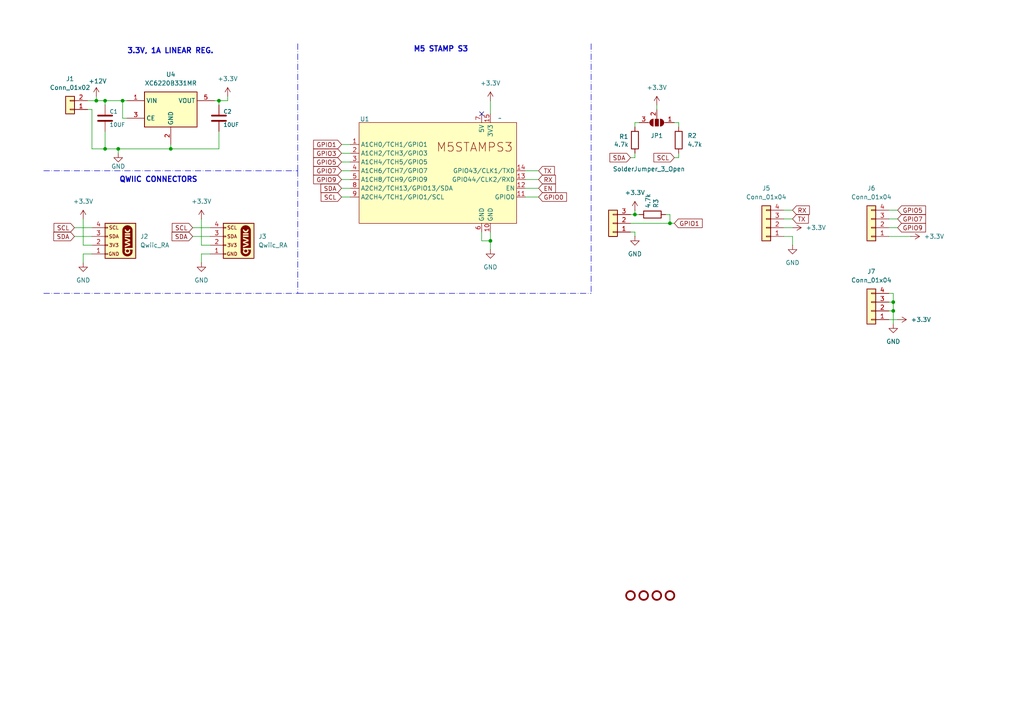
<source format=kicad_sch>
(kicad_sch (version 20231120) (generator "eeschema") (generator_version "8.0")
  (paper "A4")
  (lib_symbols
    (symbol "Connector_Generic:Conn_01x02" (pin_names (offset 1.016) hide)
      (property "Reference" "J" (at 0 2.54 0))
      (property "Value" "Conn_01x02" (at 0 -5.08 0))
      (symbol "Conn_01x02_1_1"
        (rectangle (start -1.27 -2.413) (end 0 -2.667) (stroke (width 0.1524)))
        (rectangle (start -1.27 0.127) (end 0 -0.127) (stroke (width 0.1524)))
        (rectangle (start -1.27 1.27) (end 1.27 -3.81) (stroke (width 0.254)) (fill (type background)))
        (pin passive line (at -5.08 0 0) (length 3.81) (name "Pin_1") (number "1"))
        (pin passive line (at -5.08 -2.54 0) (length 3.81) (name "Pin_2") (number "2"))
      )
    )
    (symbol "Device:C" (pin_numbers hide) (pin_names (offset 0.254))
      (property "Reference" "C" (at 0.635 2.54 0))
      (property "Value" "C" (at 0.635 -2.54 0))
      (symbol "C_0_1"
        (polyline (pts (xy -2.032 -0.762) (xy 2.032 -0.762)) (stroke (width 0.508)))
        (polyline (pts (xy -2.032 0.762) (xy 2.032 0.762)) (stroke (width 0.508)))
      )
      (symbol "C_1_1"
        (pin passive line (at 0 3.81 270) (length 2.794) (name "~") (number "1"))
        (pin passive line (at 0 -3.81 90) (length 2.794) (name "~") (number "2"))
      )
    )
    (symbol "Device:R" (pin_numbers hide) (pin_names (offset 0))
      (property "Reference" "R" (at 2.032 0 90))
      (property "Value" "R" (at 0 0 90))
      (symbol "R_0_1"
        (rectangle (start -1.016 -2.54) (end 1.016 2.54) (stroke (width 0.254)))
      )
      (symbol "R_1_1"
        (pin passive line (at 0 3.81 270) (length 1.27) (name "~") (number "1"))
        (pin passive line (at 0 -3.81 90) (length 1.27) (name "~") (number "2"))
      )
    )
    (symbol "Joel Library:M5STAMPS3"
      (property "Reference" "U" (at -22.098 16.764 0))
      (symbol "M5STAMPS3_0_1"
        (rectangle (start -22.86 15.24) (end 22.86 -13.97) (fill (type background)))
      )
      (symbol "M5STAMPS3_1_0"
        (text "M5STAMPS3\n" (at 10.668 8.128 0) (effects (font (size 2.54 2.54))))
      )
      (symbol "M5STAMPS3_1_1"
        (pin bidirectional line (at -25.4 8.89 0) (length 2.54) (name "A1CH0/TCH1/GPIO1") (number "1"))
        (pin power_in line (at 15.24 -16.51 90) (length 2.54) (name "GND") (number "10"))
        (pin bidirectional line (at 25.4 -6.35 180) (length 2.54) (name "GPIO0") (number "11"))
        (pin input line (at 25.4 -3.81 180) (length 2.54) (name "EN") (number "12"))
        (pin bidirectional line (at 25.4 -1.27 180) (length 2.54) (name "GPIO44/CLK2/RXD") (number "13"))
        (pin bidirectional line (at 25.4 1.27 180) (length 2.54) (name "GPIO43/CLK1/TXD") (number "14"))
        (pin power_in line (at 15.24 17.78 270) (length 2.54) (name "3V3") (number "15"))
        (pin bidirectional line (at -25.4 6.35 0) (length 2.54) (name "A1CH2/TCH3/GPIO3") (number "2"))
        (pin bidirectional line (at -25.4 3.81 0) (length 2.54) (name "A1CH4/TCH5/GPIO5") (number "3"))
        (pin bidirectional line (at -25.4 1.27 0) (length 2.54) (name "A1CH6/TCH7/GPIO7") (number "4"))
        (pin bidirectional line (at -25.4 -1.27 0) (length 2.54) (name "A1CH8/TCH9/GPIO9") (number "5"))
        (pin power_in line (at 12.7 -16.51 90) (length 2.54) (name "GND") (number "6"))
        (pin power_in line (at 12.7 17.78 270) (length 2.54) (name "5V") (number "7"))
        (pin bidirectional line (at -25.4 -3.81 0) (length 2.54) (name "A2CH2/TCH13/GPIO13/SDA") (number "8"))
        (pin bidirectional line (at -25.4 -6.35 0) (length 2.54) (name "A2CH4/TCH1/GPIO1/SCL") (number "9"))
      )
    )
    (symbol "Jumper:SolderJumper_3_Open" (pin_names (offset 0) hide) (exclude_from_sim yes) (in_bom no)
      (property "Reference" "JP" (at -2.54 -2.54 0))
      (property "Value" "SolderJumper_3_Open" (at 0 2.794 0))
      (symbol "SolderJumper_3_Open_0_1"
        (arc (start -1.016 1.016) (mid -2.0276 0) (end -1.016 -1.016))
        (arc (start -1.016 1.016) (mid -2.0276 0) (end -1.016 -1.016) (fill (type outline)))
        (rectangle (start -0.508 1.016) (end 0.508 -1.016) (fill (type outline)))
        (polyline (pts (xy -2.54 0) (xy -2.032 0)))
        (polyline (pts (xy -1.016 1.016) (xy -1.016 -1.016)))
        (polyline (pts (xy 0 -1.27) (xy 0 -1.016)))
        (polyline (pts (xy 1.016 1.016) (xy 1.016 -1.016)))
        (polyline (pts (xy 2.54 0) (xy 2.032 0)))
        (arc (start 1.016 -1.016) (mid 2.0276 0) (end 1.016 1.016))
        (arc (start 1.016 -1.016) (mid 2.0276 0) (end 1.016 1.016) (fill (type outline)))
      )
      (symbol "SolderJumper_3_Open_1_1"
        (pin passive line (at -5.08 0 0) (length 2.54) (name "A") (number "1"))
        (pin passive line (at 0 -3.81 90) (length 2.54) (name "C") (number "2"))
        (pin passive line (at 5.08 0 180) (length 2.54) (name "B") (number "3"))
      )
    )
    (symbol "OpenponicsSensorMaster-rescue:+12V-power" (power) (pin_names (offset 0))
      (property "Value" "power_+12V" (at 0 3.556 0))
      (symbol "+12V-power_0_1"
        (polyline (pts (xy -0.762 1.27) (xy 0 2.54)))
        (polyline (pts (xy 0 0) (xy 0 2.54)))
        (polyline (pts (xy 0 2.54) (xy 0.762 1.27)))
      )
      (symbol "+12V-power_1_1"
        (pin power_in line (at 0 0 90) (length 0) hide (name "+12V") (number "1"))
      )
    )
    (symbol "OpenponicsSensorMaster-rescue:GND-power" (power) (pin_names (offset 0))
      (property "Value" "power_GND" (at 0 -3.81 0))
      (symbol "GND-power_0_1"
        (polyline (pts (xy 0 0) (xy 0 -1.27) (xy 1.27 -1.27) (xy 0 -2.54) (xy -1.27 -1.27) (xy 0 -1.27)))
      )
      (symbol "GND-power_1_1"
        (pin power_in line (at 0 0 270) (length 0) hide (name "GND") (number "1"))
      )
    )
    (symbol "Regulator_Linear:XC6220B331MR"
      (property "Reference" "U" (at 0 8.89 0))
      (property "Value" "XC6220B331MR" (at 0 6.35 0))
      (symbol "XC6220B331MR_0_1"
        (rectangle (start -7.62 5.08) (end 7.62 -5.08) (stroke (width 0.254)) (fill (type background)))
      )
      (symbol "XC6220B331MR_1_1"
        (pin power_in line (at -12.7 2.54 0) (length 5.08) (name "VIN") (number "1"))
        (pin power_in line (at 0 -10.16 90) (length 5.08) (name "GND") (number "2"))
        (pin input line (at -12.7 -2.54 0) (length 5.08) (name "CE") (number "3"))
        (pin no_connect line (at 7.62 -2.54 180) (length 5.08) hide (name "NC") (number "4"))
        (pin power_out line (at 12.7 2.54 180) (length 5.08) (name "VOUT") (number "5"))
      )
    )
    (symbol "SparkFun-Connector:Conn_01x03" (pin_names (offset 1.016) hide)
      (symbol "Conn_01x03_1_1"
        (rectangle (start -1.27 -2.413) (end 0 -2.667) (stroke (width 0.1524)))
        (rectangle (start -1.27 0.127) (end 0 -0.127) (stroke (width 0.1524)))
        (rectangle (start -1.27 2.667) (end 0 2.413) (stroke (width 0.1524)))
        (rectangle (start -1.27 3.81) (end 1.27 -3.81) (stroke (width 0.254)) (fill (type background)))
        (pin passive line (at -5.08 2.54 0) (length 3.81) (name "Pin_1") (number "1"))
        (pin passive line (at -5.08 0 0) (length 3.81) (name "Pin_2") (number "2"))
        (pin passive line (at -5.08 -2.54 0) (length 3.81) (name "Pin_3") (number "3"))
      )
    )
    (symbol "SparkFun-Connector:Conn_01x04" (pin_names (offset 1.016) hide)
      (property "Reference" "J" (at 0 5.08 0))
      (property "Value" "Conn_01x04" (at 0 -7.62 0))
      (symbol "Conn_01x04_1_1"
        (rectangle (start -1.27 -4.953) (end 0 -5.207) (stroke (width 0.1524)))
        (rectangle (start -1.27 -2.413) (end 0 -2.667) (stroke (width 0.1524)))
        (rectangle (start -1.27 0.127) (end 0 -0.127) (stroke (width 0.1524)))
        (rectangle (start -1.27 2.667) (end 0 2.413) (stroke (width 0.1524)))
        (rectangle (start -1.27 3.81) (end 1.27 -6.35) (stroke (width 0.254)) (fill (type background)))
        (pin passive line (at -5.08 2.54 0) (length 3.81) (name "Pin_1") (number "1"))
        (pin passive line (at -5.08 0 0) (length 3.81) (name "Pin_2") (number "2"))
        (pin passive line (at -5.08 -2.54 0) (length 3.81) (name "Pin_3") (number "3"))
        (pin passive line (at -5.08 -5.08 0) (length 3.81) (name "Pin_4") (number "4"))
      )
    )
    (symbol "SparkFun-Connector:Qwiic_Right_Angle" (pin_names (offset 1.016) hide)
      (property "Reference" "J" (at 0 5.08 0))
      (property "Value" "Qwiic_RA" (at 0 -7.62 0))
      (symbol "Qwiic_Right_Angle_0_0"
        (polyline (pts (xy 5.6514 -4.1459) (xy 5.6299 -4.0654) (xy 5.5924 -3.9985) (xy 5.5373 -3.9428) (xy 5.4632 -3.8962) (xy 5.4394 -3.8843) (xy 5.402 -3.8678) (xy 5.3681 -3.8578) (xy 5.3294 -3.8521) (xy 5.2774 -3.8485) (xy 5.2184 -3.8474) (xy 5.1227 -3.8564) (xy 5.0405 -3.8803) (xy 4.9695 -3.9199) (xy 4.9078 -3.9759) (xy 4.8937 -3.9923) (xy 4.8535 -4.0549) (xy 4.8308 -4.124) (xy 4.8237 -4.2048) (xy 4.8239 -4.222) (xy 4.8343 -4.3011) (xy 4.8608 -4.3692) (xy 4.9051 -4.4308) (xy 4.9328 -4.4589) (xy 5.0009 -4.509) (xy 5.0793 -4.5424) (xy 5.1699 -4.5595) (xy 5.2745 -4.5612) (xy 5.3262 -4.5564) (xy 5.4199 -4.5347) (xy 5.4992 -4.4971) (xy 5.5638 -4.444) (xy 5.6131 -4.3757) (xy 5.6467 -4.2926) (xy 5.65 -4.2788) (xy 5.656 -4.2325) (xy 5.6563 -4.1875) (xy 5.6514 -4.1459)) (stroke (width 0.01)) (fill (type outline)))
        (polyline (pts (xy 6.6693 -0.6791) (xy 6.666 1.9332) (xy 6.6418 2.0386) (xy 6.6301 2.0866) (xy 6.5791 2.2527) (xy 6.5141 2.404) (xy 6.4337 2.5432) (xy 6.3364 2.673) (xy 6.2208 2.7959) (xy 6.1699 2.8428) (xy 6.0305 2.9527) (xy 5.8839 3.0422) (xy 5.7295 3.1115) (xy 5.5668 3.1608) (xy 5.3953 3.1902) (xy 5.2146 3.1999) (xy 5.1695 3.1994) (xy 5.0056 3.1868) (xy 4.8507 3.1568) (xy 4.7006 3.1083) (xy 4.5508 3.0404) (xy 4.5104 3.0187) (xy 4.3609 2.9237) (xy 4.2262 2.8129) (xy 4.1067 2.6872) (xy 4.0032 2.5475) (xy 3.9162 2.3947) (xy 3.8466 2.2295) (xy 3.7947 2.0528) (xy 3.7931 2.0453) (xy 3.7912 2.0356) (xy 3.7895 2.0242) (xy 3.7879 2.0106) (xy 3.7864 1.9938) (xy 3.785 1.9733) (xy 3.7837 1.9481) (xy 3.7825 1.9176) (xy 3.7815 1.8811) (xy 3.7805 1.8377) (xy 3.7796 1.7868) (xy 3.7789 1.7275) (xy 3.7781 1.6592) (xy 3.7775 1.5811) (xy 3.777 1.4925) (xy 3.7765 1.3925) (xy 3.7761 1.2805) (xy 3.7757 1.1557) (xy 3.7754 1.0174) (xy 3.7751 0.8648) (xy 3.7749 0.6972) (xy 3.7748 0.5138) (xy 3.7746 0.3139) (xy 3.7745 0.0967) (xy 3.7745 -0.1385) (xy 3.7744 -0.3925) (xy 3.7744 -0.666) (xy 3.7744 -0.9597) (xy 3.7744 -1.2744) (xy 3.7744 -4.5147) (xy 3.8041 -4.6318) (xy 3.8237 -4.7026) (xy 3.8837 -4.868) (xy 3.9606 -5.0206) (xy 4.0556 -5.1623) (xy 4.1695 -5.2947) (xy 4.2945 -5.4115) (xy 4.4355 -5.5159) (xy 4.5859 -5.6007) (xy 4.7459 -5.6661) (xy 4.916 -5.7122) (xy 5.0965 -5.7394) (xy 5.2571 -5.7442) (xy 5.4226 -5.7293) (xy 5.5891 -5.6949) (xy 5.7533 -5.6416) (xy 5.8236 -5.6121) (xy 5.9729 -5.5329) (xy 6.1112 -5.4365) (xy 6.237 -5.3244) (xy 6.3494 -5.1984) (xy 6.4469 -5.0601) (xy 6.5284 -4.9112) (xy 6.5926 -4.7532) (xy 6.6384 -4.5879) (xy 6.6645 -4.4168) (xy 6.6652 -4.405) (xy 6.6664 -4.3703) (xy 6.6676 -4.3199) (xy 6.6687 -4.2572) (xy 6.6696 -4.1859) (xy 6.6703 -4.1097) (xy 6.6721 -3.846) (xy 6.2655 -3.846) (xy 5.8589 -3.846) (xy 5.9219 -3.9104) (xy 5.9349 -3.9241) (xy 6.0001 -4.0112) (xy 6.0471 -4.1097) (xy 6.0754 -4.2189) (xy 6.085 -4.338) (xy 6.0781 -4.4509) (xy 6.0523 -4.5755) (xy 6.0066 -4.6941) (xy 5.952 -4.7864) (xy 5.8765 -4.8752) (xy 5.7858 -4.9517) (xy 5.6826 -5.0132) (xy 5.6313 -5.0372) (xy 5.5644 -5.0638) (xy 5.4981 -5.0834) (xy 5.4249 -5.0981) (xy 5.3375 -5.1098) (xy 5.2452 -5.1158) (xy 5.122 -5.1113) (xy 5.0004 -5.0938) (xy 4.8864 -5.0641) (xy 4.7856 -5.0232) (xy 4.6831 -4.9619) (xy 4.5878 -4.8817) (xy 4.5089 -4.7878) (xy 4.4472 -4.6811) (xy 4.4036 -4.5627) (xy 4.4031 -4.5611) (xy 4.3912 -4.4987) (xy 4.3845 -4.4244) (xy 4.3831 -4.3446) (xy 4.3869 -4.2661) (xy 4.3957 -4.1956) (xy 4.4094 -4.1396) (xy 4.4322 -4.082) (xy 4.485 -3.9879) (xy 4.5552 -3.9031) (xy 4.6109 -3.846) (xy 4.5052 -3.846) (xy 4.3996 -3.846) (xy 4.3996 -3.5687) (xy 4.3996 -3.2914) (xy 4.405 -3.2914) (xy 4.405 -3.2023) (xy 4.4021 -2.9296) (xy 4.4018 -2.8964) (xy 4.4015 -2.8076) (xy 4.4023 -2.7393) (xy 4.4041 -2.6908) (xy 4.407 -2.6611) (xy 4.4111 -2.6495) (xy 4.4137 -2.6484) (xy 4.434 -2.6418) (xy 4.4723 -2.6298) (xy 4.5268 -2.6132) (xy 4.5954 -2.5924) (xy 4.6761 -2.5683) (xy 4.767 -2.5412) (xy 4.866 -2.5118) (xy 4.9713 -2.4808) (xy 5.0173 -2.4672) (xy 5.119 -2.4369) (xy 5.2131 -2.4086) (xy 5.2977 -2.3828) (xy 5.3709 -2.3601) (xy 5.4307 -2.3411) (xy 5.4753 -2.3264) (xy 5.5029 -2.3166) (xy 5.5114 -2.3123) (xy 5.505 -2.3098) (xy 5.4796 -2.3016) (xy 5.4371 -2.2885) (xy 5.3794 -2.2711) (xy 5.3088 -2.2502) (xy 5.2275 -2.2264) (xy 5.1375 -2.2002) (xy 5.0411 -2.1724) (xy 4.9851 -2.1562) (xy 4.8864 -2.1278) (xy 4.7926 -2.1007) (xy 4.7062 -2.0757) (xy 4.63 -2.0536) (xy 4.5666 -2.0351) (xy 4.5187 -2.0211) (xy 4.4891 -2.0123) (xy 4.3992 -1.9852) (xy 4.4021 -1.7229) (xy 4.405 -1.4606) (xy 4.5844 -1.4084) (xy 4.6163 -1.3992) (xy 4.7739 -1.3533) (xy 4.9121 -1.3131) (xy 5.0321 -1.278) (xy 5.1352 -1.2478) (xy 5.2224 -1.2221) (xy 5.2951 -1.2004) (xy 5.3545 -1.1824) (xy 5.4018 -1.1676) (xy 5.4382 -1.1558) (xy 5.465 -1.1465) (xy 5.4834 -1.1392) (xy 5.4945 -1.1338) (xy 5.4997 -1.1296) (xy 5.5001 -1.1264) (xy 5.497 -1.1238) (xy 5.4915 -1.1214) (xy 5.4896 -1.1207) (xy 5.4687 -1.114) (xy 5.4296 -1.1019) (xy 5.3743 -1.0851) (xy 5.3049 -1.0643) (xy 5.2237 -1.04) (xy 5.1326 -1.013) (xy 5.0339 -0.9838) (xy 4.9297 -0.9531) (xy 4.3996 -0.7973) (xy 4.3996 -0.533) (xy 4.3997 -0.479) (xy 4.4004 -0.4111) (xy 4.4015 -0.3532) (xy 4.4029 -0.3082) (xy 4.4047 -0.279) (xy 4.4066 -0.2687) (xy 4.409 -0.2694) (xy 4.4284 -0.2761) (xy 4.4661 -0.2895) (xy 4.5204 -0.309) (xy 4.5899 -0.3341) (xy 4.6729 -0.3642) (xy 4.7681 -0.3988) (xy 4.8737 -0.4372) (xy 4.9883 -0.479) (xy 5.1104 -0.5236) (xy 5.2384 -0.5703) (xy 6.0632 -0.872) (xy 6.0632 -0.1926) (xy 5.2314 -0.1926) (xy 4.3996 -0.1926) (xy 4.3996 0.0793) (xy 4.3996 0.3511) (xy 5.2314 0.3511) (xy 6.0632 0.3511) (xy 6.0632 0.4598) (xy 5.2314 0.4598) (xy 4.3996 0.4598) (xy 4.3996 0.7317) (xy 4.3996 1.0035) (xy 5.2314 1.0035) (xy 5.2368 1.0035) (xy 5.2368 1.1177) (xy 5.1465 1.1192) (xy 5.0667 1.1248) (xy 4.9975 1.1357) (xy 4.9332 1.1532) (xy 4.8683 1.1784) (xy 4.7971 1.2126) (xy 4.7662 1.2298) (xy 4.6808 1.2903) (xy 4.6008 1.3651) (xy 4.5314 1.4489) (xy 4.4781 1.5363) (xy 4.4686 1.5557) (xy 4.4306 1.6462) (xy 4.4052 1.7353) (xy 4.3905 1.8304) (xy 4.385 1.9386) (xy 4.3833 2.0745) (xy 4.6089 2.0775) (xy 4.8345 2.0804) (xy 4.8348 1.9959) (xy 4.8368 1.9483) (xy 4.8488 1.8858) (xy 4.8738 1.8316) (xy 4.9144 1.7788) (xy 4.9734 1.7289) (xy 5.0458 1.6921) (xy 5.1277 1.6689) (xy 5.215 1.6593) (xy 5.3038 1.6635) (xy 5.3902 1.6815) (xy 5.4702 1.7136) (xy 5.54 1.7597) (xy 5.5733 1.7923) (xy 5.6073 1.844) (xy 5.628 1.9066) (xy 5.6372 1.9843) (xy 5.6418 2.0804) (xy 5.8607 2.0775) (xy 6.0795 2.0745) (xy 6.0811 1.9712) (xy 6.0811 1.9207) (xy 6.0739 1.8134) (xy 6.0554 1.7157) (xy 6.024 1.6204) (xy 5.9781 1.5204) (xy 5.9341 1.4457) (xy 5.8571 1.3499) (xy 5.7651 1.2695) (xy 5.6591 1.2056) (xy 5.6251 1.1892) (xy 5.5646 1.1627) (xy 5.5097 1.1435) (xy 5.4549 1.1305) (xy 5.3948 1.1226) (xy 5.3239 1.1188) (xy 5.2368 1.1177) (xy 5.2368 1.0035) (xy 6.0632 1.0035) (xy 6.0632 0.7317) (xy 6.0632 0.4598) (xy 6.0632 0.3511) (xy 6.0632 0.0793) (xy 6.0632 -0.1926) (xy 6.0632 -0.872) (xy 6.0632 -1.1439) (xy 6.0632 -1.4158) (xy 5.552 -1.5728) (xy 5.5357 -1.5778) (xy 5.4361 -1.6086) (xy 5.3436 -1.6376) (xy 5.2603 -1.6641) (xy 5.1881 -1.6874) (xy 5.129 -1.707) (xy 5.0848 -1.7222) (xy 5.0575 -1.7324) (xy 5.0491 -1.7369) (xy 5.0493 -1.737) (xy 5.0624 -1.742) (xy 5.094 -1.7527) (xy 5.1423 -1.7684) (xy 5.2051 -1.7886) (xy 5.2803 -1.8124) (xy 5.3659 -1.8394) (xy 5.46 -1.8688) (xy 5.5603 -1.9) (xy 6.0632 -2.0559) (xy 6.063 -2.3284) (xy 6.0628 -2.601) (xy 5.2339 -2.9017) (xy 4.405 -3.2023) (xy 4.405 -3.2914) (xy 5.5361 -3.2914) (xy 6.6725 -3.2914) (xy 6.6693 -0.6791)) (stroke (width 0.01)) (fill (type outline)))
      )
      (symbol "Qwiic_Right_Angle_1_1"
        (rectangle (start -1.27 -4.953) (end -0.508 -5.207) (stroke (width 0.1524)))
        (rectangle (start -1.27 -2.413) (end -0.508 -2.667) (stroke (width 0.1524)))
        (rectangle (start -1.27 0.127) (end -0.508 -0.127) (stroke (width 0.1524)))
        (rectangle (start -1.27 2.667) (end -0.508 2.413) (stroke (width 0.1524)))
        (rectangle (start -1.27 3.81) (end 7.62 -6.35) (stroke (width 0.254)) (fill (type background)))
        (text "3V3" (at 1.27 -2.54 0) (effects (font (size 1 1))))
        (text "GND" (at 1.27 -5.08 0) (effects (font (size 1 1))))
        (text "SCL" (at 1.27 2.54 0) (effects (font (size 1 1))))
        (text "SDA" (at 1.27 0 0) (effects (font (size 1 1))))
        (pin passive line (at -5.08 -5.08 0) (length 3.81) (name "Pin_1") (number "1"))
        (pin passive line (at -5.08 -2.54 0) (length 3.81) (name "Pin_2") (number "2"))
        (pin passive line (at -5.08 0 0) (length 3.81) (name "Pin_3") (number "3"))
        (pin passive line (at -5.08 2.54 0) (length 3.81) (name "Pin_4") (number "4"))
        (pin no_connect line (at 2.54 3.81 270) (length 2.54) hide (name "NC") (number "NC1"))
        (pin no_connect line (at 2.54 3.81 270) (length 2.54) hide (name "NC") (number "NC2"))
      )
    )
    (symbol "SparkFun-Hardware:Stand_off"
      (symbol "Stand_off_1_1"
        (circle (center 0 0) (radius 1.27) (stroke (width 0.508)))
      )
    )
    (symbol "power:+3.3V" (power) (pin_numbers hide) (pin_names (offset 0) hide)
      (property "Value" "+3.3V" (at 0 3.556 0))
      (symbol "+3.3V_0_1"
        (polyline (pts (xy -0.762 1.27) (xy 0 2.54)))
        (polyline (pts (xy 0 0) (xy 0 2.54)))
        (polyline (pts (xy 0 2.54) (xy 0.762 1.27)))
      )
      (symbol "+3.3V_1_1"
        (pin power_in line (at 0 0 90) (length 0) (name "~") (number "1"))
      )
    )
    (symbol "power:GND" (power) (pin_numbers hide) (pin_names (offset 0) hide)
      (property "Value" "GND" (at 0 -3.81 0))
      (symbol "GND_0_1"
        (polyline (pts (xy 0 0) (xy 0 -1.27) (xy 1.27 -1.27) (xy 0 -2.54) (xy -1.27 -1.27) (xy 0 -1.27)))
      )
      (symbol "GND_1_1"
        (pin power_in line (at 0 0 270) (length 0) (name "~") (number "1"))
      )
    )
  )
  (junction (at 259.08 87.63))
  (junction (at 49.53 43.18))
  (junction (at 30.48 29.21))
  (junction (at 27.94 29.21))
  (junction (at 142.24 69.85))
  (junction (at 194.31 64.77))
  (junction (at 184.15 62.23))
  (junction (at 63.5 29.21))
  (junction (at 34.29 43.18))
  (junction (at 35.56 29.21))
  (junction (at 259.08 90.17))
  (junction (at 30.48 43.18))
  (no_connect (at 139.7 33.02))
  (wire (pts (xy 49.53 41.91) (xy 49.53 43.18)))
  (wire (pts (xy 21.59 68.58) (xy 26.67 68.58)))
  (wire (pts (xy 26.67 73.66) (xy 24.13 73.66)))
  (wire (pts (xy 194.31 64.77) (xy 195.58 64.77)))
  (wire (pts (xy 30.48 43.18) (xy 30.48 38.1)))
  (wire (pts (xy 196.85 35.56) (xy 196.85 36.83)))
  (wire (pts (xy 139.7 67.31) (xy 139.7 69.85)))
  (wire (pts (xy 182.88 64.77) (xy 194.31 64.77)))
  (wire (pts (xy 184.15 67.31) (xy 184.15 68.58)))
  (wire (pts (xy 63.5 30.48) (xy 63.5 29.21)))
  (wire (pts (xy 195.58 35.56) (xy 196.85 35.56)))
  (wire (pts (xy 58.42 73.66) (xy 58.42 76.2)))
  (wire (pts (xy 152.4 49.53) (xy 156.21 49.53)))
  (wire (pts (xy 257.81 66.04) (xy 260.35 66.04)))
  (wire (pts (xy 142.24 29.21) (xy 142.24 33.02)))
  (wire (pts (xy 259.08 87.63) (xy 259.08 90.17)))
  (wire (pts (xy 66.04 29.21) (xy 66.04 27.94)))
  (wire (pts (xy 229.87 71.12) (xy 229.87 68.58)))
  (wire (pts (xy 184.15 62.23) (xy 182.88 62.23)))
  (wire (pts (xy 184.15 44.45) (xy 184.15 45.72)))
  (wire (pts (xy 55.88 68.58) (xy 60.96 68.58)))
  (wire (pts (xy 99.06 49.53) (xy 101.6 49.53)))
  (wire (pts (xy 227.33 63.5) (xy 229.87 63.5)))
  (wire (pts (xy 25.4 29.21) (xy 27.94 29.21)))
  (wire (pts (xy 152.4 52.07) (xy 156.21 52.07)))
  (wire (pts (xy 227.33 66.04) (xy 229.87 66.04)))
  (wire (pts (xy 30.48 43.18) (xy 34.29 43.18)))
  (wire (pts (xy 152.4 57.15) (xy 156.21 57.15)))
  (wire (pts (xy 142.24 69.85) (xy 142.24 72.39)))
  (wire (pts (xy 194.31 64.77) (xy 194.31 62.23)))
  (wire (pts (xy 257.81 92.71) (xy 260.35 92.71)))
  (wire (pts (xy 27.94 27.94) (xy 27.94 29.21)))
  (polyline (pts (xy 12.7 85.09) (xy 86.36 85.09)) (stroke (width 0) (type dash_dot)))
  (wire (pts (xy 25.4 31.75) (xy 26.67 31.75)))
  (wire (pts (xy 185.42 35.56) (xy 184.15 35.56)))
  (wire (pts (xy 58.42 71.12) (xy 60.96 71.12)))
  (wire (pts (xy 257.81 87.63) (xy 259.08 87.63)))
  (wire (pts (xy 55.88 66.04) (xy 60.96 66.04)))
  (wire (pts (xy 99.06 46.99) (xy 101.6 46.99)))
  (wire (pts (xy 259.08 93.98) (xy 259.08 90.17)))
  (wire (pts (xy 58.42 63.5) (xy 58.42 71.12)))
  (wire (pts (xy 63.5 38.1) (xy 63.5 43.18)))
  (wire (pts (xy 259.08 90.17) (xy 257.81 90.17)))
  (wire (pts (xy 184.15 60.96) (xy 184.15 62.23)))
  (wire (pts (xy 99.06 57.15) (xy 101.6 57.15)))
  (wire (pts (xy 35.56 29.21) (xy 35.56 34.29)))
  (wire (pts (xy 184.15 45.72) (xy 182.88 45.72)))
  (wire (pts (xy 196.85 44.45) (xy 196.85 45.72)))
  (wire (pts (xy 99.06 44.45) (xy 101.6 44.45)))
  (wire (pts (xy 257.81 68.58) (xy 264.16 68.58)))
  (wire (pts (xy 27.94 29.21) (xy 30.48 29.21)))
  (wire (pts (xy 182.88 67.31) (xy 184.15 67.31)))
  (wire (pts (xy 184.15 62.23) (xy 185.42 62.23)))
  (wire (pts (xy 142.24 67.31) (xy 142.24 69.85)))
  (wire (pts (xy 24.13 73.66) (xy 24.13 76.2)))
  (wire (pts (xy 229.87 68.58) (xy 227.33 68.58)))
  (wire (pts (xy 259.08 85.09) (xy 259.08 87.63)))
  (wire (pts (xy 24.13 63.5) (xy 24.13 71.12)))
  (wire (pts (xy 99.06 41.91) (xy 101.6 41.91)))
  (wire (pts (xy 196.85 45.72) (xy 195.58 45.72)))
  (wire (pts (xy 63.5 29.21) (xy 66.04 29.21)))
  (wire (pts (xy 184.15 35.56) (xy 184.15 36.83)))
  (wire (pts (xy 99.06 52.07) (xy 101.6 52.07)))
  (wire (pts (xy 35.56 29.21) (xy 36.83 29.21)))
  (wire (pts (xy 99.06 54.61) (xy 101.6 54.61)))
  (wire (pts (xy 194.31 62.23) (xy 193.04 62.23)))
  (wire (pts (xy 35.56 34.29) (xy 36.83 34.29)))
  (polyline (pts (xy 86.36 85.09) (xy 171.45 85.09)) (stroke (width 0) (type dash_dot)))
  (wire (pts (xy 24.13 71.12) (xy 26.67 71.12)))
  (wire (pts (xy 60.96 73.66) (xy 58.42 73.66)))
  (wire (pts (xy 34.29 44.45) (xy 34.29 43.18)))
  (wire (pts (xy 190.5 30.48) (xy 190.5 31.75)))
  (wire (pts (xy 62.23 29.21) (xy 63.5 29.21)))
  (wire (pts (xy 30.48 30.48) (xy 30.48 29.21)))
  (polyline (pts (xy 12.7 49.53) (xy 86.36 49.53)) (stroke (width 0) (type dash_dot)))
  (wire (pts (xy 257.81 63.5) (xy 260.35 63.5)))
  (polyline (pts (xy 171.45 12.7) (xy 171.45 85.09)) (stroke (width 0) (type dash_dot)))
  (wire (pts (xy 21.59 66.04) (xy 26.67 66.04)))
  (wire (pts (xy 139.7 69.85) (xy 142.24 69.85)))
  (wire (pts (xy 26.67 43.18) (xy 30.48 43.18)))
  (wire (pts (xy 257.81 85.09) (xy 259.08 85.09)))
  (wire (pts (xy 63.5 43.18) (xy 49.53 43.18)))
  (wire (pts (xy 34.29 43.18) (xy 49.53 43.18)))
  (wire (pts (xy 26.67 31.75) (xy 26.67 43.18)))
  (polyline (pts (xy 86.36 49.53) (xy 86.36 85.09)) (stroke (width 0) (type dash_dot)))
  (polyline (pts (xy 86.36 12.7) (xy 86.36 49.53)) (stroke (width 0) (type dash_dot)))
  (wire (pts (xy 257.81 60.96) (xy 260.35 60.96)))
  (wire (pts (xy 30.48 29.21) (xy 35.56 29.21)))
  (wire (pts (xy 152.4 54.61) (xy 156.21 54.61)))
  (wire (pts (xy 227.33 60.96) (xy 229.87 60.96)))
  (text "M5 STAMP S3" (at 119.888 15.24 0) (effects (font (size 1.524 1.524) (thickness 0.3048) (bold yes)) (justify left bottom)))
  (text "3.3V, 1A LINEAR REG." (at 36.83 15.748 0) (effects (font (size 1.524 1.524) (thickness 0.3048) (bold yes)) (justify left bottom)))
  (text "QWIIC CONNECTORS" (at 34.544 53.086 0) (effects (font (size 1.524 1.524) (thickness 0.3048) (bold yes)) (justify left bottom)))
  (global_label "SDA" (shape input) (at 21.59 68.58 180) (property "Intersheetrefs" "${INTERSHEET_REFS}" (effects (hide yes))))
  (global_label "EN" (shape input) (at 156.21 54.61 0) (property "Intersheetrefs" "${INTERSHEET_REFS}" (effects (hide yes))))
  (global_label "SCL" (shape input) (at 99.06 57.15 180) (property "Intersheetrefs" "${INTERSHEET_REFS}" (effects (hide yes))))
  (global_label "SDA" (shape input) (at 55.88 68.58 180) (property "Intersheetrefs" "${INTERSHEET_REFS}" (effects (hide yes))))
  (global_label "SDA" (shape input) (at 182.88 45.72 180) (property "Intersheetrefs" "${INTERSHEET_REFS}" (effects (hide yes))))
  (global_label "GPIO5" (shape input) (at 260.35 60.96 0) (property "Intersheetrefs" "${INTERSHEET_REFS}" (effects (hide yes))))
  (global_label "GPIO9" (shape input) (at 99.06 52.07 180) (property "Intersheetrefs" "${INTERSHEET_REFS}" (effects (hide yes))))
  (global_label "TX" (shape input) (at 229.87 63.5 0) (property "Intersheetrefs" "${INTERSHEET_REFS}" (effects (hide yes))))
  (global_label "SCL" (shape input) (at 55.88 66.04 180) (property "Intersheetrefs" "${INTERSHEET_REFS}" (effects (hide yes))))
  (global_label "SCL" (shape input) (at 195.58 45.72 180) (property "Intersheetrefs" "${INTERSHEET_REFS}" (effects (hide yes))))
  (global_label "GPIO5" (shape input) (at 99.06 46.99 180) (property "Intersheetrefs" "${INTERSHEET_REFS}" (effects (hide yes))))
  (global_label "GPIO7" (shape input) (at 260.35 63.5 0) (property "Intersheetrefs" "${INTERSHEET_REFS}" (effects (hide yes))))
  (global_label "GPIO1" (shape input) (at 195.58 64.77 0) (property "Intersheetrefs" "${INTERSHEET_REFS}" (effects (hide yes))))
  (global_label "GPIO9" (shape input) (at 260.35 66.04 0) (property "Intersheetrefs" "${INTERSHEET_REFS}" (effects (hide yes))))
  (global_label "GPIO0" (shape input) (at 156.21 57.15 0) (property "Intersheetrefs" "${INTERSHEET_REFS}" (effects (hide yes))))
  (global_label "GPIO3" (shape input) (at 99.06 44.45 180) (property "Intersheetrefs" "${INTERSHEET_REFS}" (effects (hide yes))))
  (global_label "RX" (shape input) (at 229.87 60.96 0) (property "Intersheetrefs" "${INTERSHEET_REFS}" (effects (hide yes))))
  (global_label "GPIO7" (shape input) (at 99.06 49.53 180) (property "Intersheetrefs" "${INTERSHEET_REFS}" (effects (hide yes))))
  (global_label "TX" (shape input) (at 156.21 49.53 0) (property "Intersheetrefs" "${INTERSHEET_REFS}" (effects (hide yes))))
  (global_label "SDA" (shape input) (at 99.06 54.61 180) (property "Intersheetrefs" "${INTERSHEET_REFS}" (effects (hide yes))))
  (global_label "SCL" (shape input) (at 21.59 66.04 180) (property "Intersheetrefs" "${INTERSHEET_REFS}" (effects (hide yes))))
  (global_label "RX" (shape input) (at 156.21 52.07 0) (property "Intersheetrefs" "${INTERSHEET_REFS}" (effects (hide yes))))
  (global_label "GPIO1" (shape input) (at 99.06 41.91 180) (property "Intersheetrefs" "${INTERSHEET_REFS}" (effects (hide yes))))
  (symbol (lib_id "power:+3.3V") (at 24.13 63.5 0) (unit 1)
    (property "Reference" "#PWR03" (effects (hide yes)))
    (property "Value" "+3.3V" (at 24.13 58.42 0))
    (property "Description" "Power symbol creates a global label with name \"+3.3V\"" (effects (hide yes)))
  )
  (symbol (lib_id "power:GND") (at 184.15 68.58 0) (unit 1)
    (property "Reference" "#PWR09" (effects (hide yes)))
    (property "Value" "GND" (at 184.15 73.66 0))
    (property "Description" "Power symbol creates a global label with name \"GND\" , ground" (effects (hide yes)))
  )
  (symbol (lib_id "power:GND") (at 58.42 76.2 0) (unit 1)
    (property "Reference" "#PWR06" (effects (hide yes)))
    (property "Value" "GND" (at 58.42 81.28 0))
    (property "Description" "Power symbol creates a global label with name \"GND\" , ground" (effects (hide yes)))
  )
  (symbol (lib_id "power:GND") (at 229.87 71.12 0) (unit 1)
    (property "Reference" "#PWR012" (effects (hide yes)))
    (property "Value" "GND" (at 229.87 76.2 0))
    (property "Description" "Power symbol creates a global label with name \"GND\" , ground" (effects (hide yes)))
  )
  (symbol (lib_id "Device:R") (at 184.15 40.64 180) (unit 1)
    (property "Reference" "R1" (at 179.578 39.624 0) (effects (justify right)))
    (property "Value" "4.7k" (at 178.054 41.91 0) (effects (justify right)))
    (property "Footprint" "SparkFun-Resistor:R_0603_1608Metric" (effects (hide yes)))
    (property "Description" "Resistor" (effects (hide yes)))
  )
  (symbol (lib_id "SparkFun-Hardware:Stand_off") (at 182.88 172.72 0) (unit 1)
    (property "Reference" "ST1" (effects (hide yes)))
    (property "Value" "Stand_off" (effects (hide yes)))
    (property "Footprint" "SparkFun-Hardware:STAND-OFF" (effects (hide yes)))
    (property "Description" "Drill holes for mechanically mounting via screws, standoffs, etc." (effects (hide yes)))
  )
  (symbol (lib_id "Device:C") (at 63.5 34.29 0) (unit 1)
    (property "Reference" "C2" (at 64.77 33.02 0) (effects (font (size 1.143 1.143)) (justify left bottom)))
    (property "Value" "10UF" (at 64.77 36.83 0) (effects (font (size 1.143 1.143)) (justify left bottom)))
    (property "Footprint" "Capacitor_SMD:C_1206_3216Metric" (effects (hide yes)))
    (property "Description" "CAP-09824" (effects (hide yes)))
  )
  (symbol (lib_id "power:+3.3V") (at 58.42 63.5 0) (unit 1)
    (property "Reference" "#PWR05" (effects (hide yes)))
    (property "Value" "+3.3V" (at 58.42 58.42 0))
    (property "Description" "Power symbol creates a global label with name \"+3.3V\"" (effects (hide yes)))
  )
  (symbol (lib_id "OpenponicsSensorMaster-rescue:GND-power") (at 34.29 44.45 0) (unit 1)
    (property "Reference" "#PWR021" (effects (hide yes)))
    (property "Value" "GND" (at 34.29 48.26 0))
  )
  (symbol (lib_id "SparkFun-Connector:Qwiic_Right_Angle") (at 31.75 68.58 0) (unit 1)
    (property "Reference" "J2" (at 40.64 68.5799 0) (effects (justify left)))
    (property "Value" "Qwiic_RA" (at 40.64 71.1199 0) (effects (justify left)))
    (property "Footprint" "SparkFun-Connector:JST04_1MM_RA" (effects (hide yes)))
    (property "Datasheet" "https://www.jst-mfg.com/product/pdf/eng/eSH.pdf" (effects (hide yes)))
    (property "Description" "4 pin JST 1mm polarized connector for I2C" (effects (hide yes)))
    (property "PROD_ID" "CONN-13694" (effects (hide yes)))
  )
  (symbol (lib_id "power:GND") (at 24.13 76.2 0) (unit 1)
    (property "Reference" "#PWR04" (effects (hide yes)))
    (property "Value" "GND" (at 24.13 81.28 0))
    (property "Description" "Power symbol creates a global label with name \"GND\" , ground" (effects (hide yes)))
  )
  (symbol (lib_id "Device:R") (at 189.23 62.23 90) (unit 1)
    (property "Reference" "R3" (at 190.246 57.658 0) (effects (justify right)))
    (property "Value" "4.7k" (at 187.96 56.134 0) (effects (justify right)))
    (property "Footprint" "SparkFun-Resistor:R_0603_1608Metric" (effects (hide yes)))
    (property "Description" "Resistor" (effects (hide yes)))
  )
  (symbol (lib_id "power:GND") (at 142.24 72.39 0) (unit 1)
    (property "Reference" "#PWR07" (effects (hide yes)))
    (property "Value" "GND" (at 142.24 77.47 0))
    (property "Description" "Power symbol creates a global label with name \"GND\" , ground" (effects (hide yes)))
  )
  (symbol (lib_id "SparkFun-Hardware:Stand_off") (at 190.5 172.72 0) (unit 1)
    (property "Reference" "ST3" (effects (hide yes)))
    (property "Value" "Stand_off" (effects (hide yes)))
    (property "Footprint" "SparkFun-Hardware:STAND-OFF" (effects (hide yes)))
    (property "Description" "Drill holes for mechanically mounting via screws, standoffs, etc." (effects (hide yes)))
  )
  (symbol (lib_id "SparkFun-Hardware:Stand_off") (at 194.31 172.72 0) (unit 1)
    (property "Reference" "ST4" (effects (hide yes)))
    (property "Value" "Stand_off" (effects (hide yes)))
    (property "Footprint" "SparkFun-Hardware:STAND-OFF" (effects (hide yes)))
    (property "Description" "Drill holes for mechanically mounting via screws, standoffs, etc." (effects (hide yes)))
  )
  (symbol (lib_id "SparkFun-Connector:Conn_01x04") (at 252.73 66.04 180) (unit 1)
    (property "Reference" "J6" (at 252.73 54.61 0))
    (property "Value" "Conn_01x04" (at 252.73 57.15 0))
    (property "Footprint" "SparkFun-Connector:1X04" (effects (hide yes)))
    (property "Description" "Generic connector, single row, 01x04, script generated (kicad-library-utils/schlib/autogen/connector/)" (effects (hide yes)))
  )
  (symbol (lib_id "SparkFun-Connector:Conn_01x03") (at 177.8 64.77 180) (unit 1)
    (property "Reference" "J4" (effects (hide yes)))
    (property "Value" "Conn_01x03" (effects (hide yes)))
    (property "Footprint" "SparkFun-Connector:1X03" (effects (hide yes)))
    (property "Description" "Generic connector, single row, 01x03, script generated (kicad-library-utils/schlib/autogen/connector/)" (effects (hide yes)))
  )
  (symbol (lib_id "Connector_Generic:Conn_01x02") (at 20.32 31.75 180) (unit 1)
    (property "Reference" "J1" (at 20.32 22.86 0))
    (property "Value" "Conn_01x02" (at 20.32 25.4 0))
    (property "Footprint" "Connector_Molex:Molex_Micro-Fit_3.0_43650-0200_1x02_P3.00mm_Horizontal" (effects (hide yes)))
    (property "Description" "Generic connector, single row, 01x02, script generated (kicad-library-utils/schlib/autogen/connector/)" (effects (hide yes)))
  )
  (symbol (lib_id "power:+3.3V") (at 142.24 29.21 0) (unit 1)
    (property "Reference" "#PWR02" (effects (hide yes)))
    (property "Value" "+3.3V" (at 142.24 24.13 0))
    (property "Description" "Power symbol creates a global label with name \"+3.3V\"" (effects (hide yes)))
  )
  (symbol (lib_id "power:+3.3V") (at 260.35 92.71 270) (unit 1)
    (property "Reference" "#PWR016" (effects (hide yes)))
    (property "Value" "+3.3V" (at 264.16 92.7099 90) (effects (justify left)))
    (property "Description" "Power symbol creates a global label with name \"+3.3V\"" (effects (hide yes)))
  )
  (symbol (lib_id "power:+3.3V") (at 264.16 68.58 270) (unit 1)
    (property "Reference" "#PWR014" (effects (hide yes)))
    (property "Value" "+3.3V" (at 267.97 68.5799 90) (effects (justify left)))
    (property "Description" "Power symbol creates a global label with name \"+3.3V\"" (effects (hide yes)))
  )
  (symbol (lib_id "SparkFun-Hardware:Stand_off") (at 186.69 172.72 0) (unit 1)
    (property "Reference" "ST2" (effects (hide yes)))
    (property "Value" "Stand_off" (effects (hide yes)))
    (property "Footprint" "SparkFun-Hardware:STAND-OFF" (effects (hide yes)))
    (property "Description" "Drill holes for mechanically mounting via screws, standoffs, etc." (effects (hide yes)))
  )
  (symbol (lib_id "Device:R") (at 196.85 40.64 180) (unit 1)
    (property "Reference" "R2" (at 199.39 39.3699 0) (effects (justify right)))
    (property "Value" "4.7k" (at 199.39 41.9099 0) (effects (justify right)))
    (property "Footprint" "SparkFun-Resistor:R_0603_1608Metric" (effects (hide yes)))
    (property "Description" "Resistor" (effects (hide yes)))
  )
  (symbol (lib_id "SparkFun-Connector:Qwiic_Right_Angle") (at 66.04 68.58 0) (unit 1)
    (property "Reference" "J3" (at 74.93 68.5799 0) (effects (justify left)))
    (property "Value" "Qwiic_RA" (at 74.93 71.1199 0) (effects (justify left)))
    (property "Footprint" "SparkFun-Connector:JST04_1MM_RA" (effects (hide yes)))
    (property "Datasheet" "https://www.jst-mfg.com/product/pdf/eng/eSH.pdf" (effects (hide yes)))
    (property "Description" "4 pin JST 1mm polarized connector for I2C" (effects (hide yes)))
    (property "PROD_ID" "CONN-13694" (effects (hide yes)))
  )
  (symbol (lib_id "SparkFun-Connector:Conn_01x04") (at 252.73 90.17 180) (unit 1)
    (property "Reference" "J7" (at 252.73 78.74 0))
    (property "Value" "Conn_01x04" (at 252.73 81.28 0))
    (property "Footprint" "SparkFun-Connector:1X04" (effects (hide yes)))
    (property "Description" "Generic connector, single row, 01x04, script generated (kicad-library-utils/schlib/autogen/connector/)" (effects (hide yes)))
  )
  (symbol (lib_id "power:GND") (at 259.08 93.98 0) (unit 1)
    (property "Reference" "#PWR015" (effects (hide yes)))
    (property "Value" "GND" (at 259.08 99.06 0))
    (property "Description" "Power symbol creates a global label with name \"GND\" , ground" (effects (hide yes)))
  )
  (symbol (lib_id "power:+3.3V") (at 190.5 30.48 0) (unit 1)
    (property "Reference" "#PWR08" (effects (hide yes)))
    (property "Value" "+3.3V" (at 190.5 25.4 0))
    (property "Description" "Power symbol creates a global label with name \"+3.3V\"" (effects (hide yes)))
  )
  (symbol (lib_id "OpenponicsSensorMaster-rescue:+12V-power") (at 27.94 27.94 0) (unit 1)
    (property "Reference" "#PWR020" (effects (hide yes)))
    (property "Value" "+12V" (at 28.321 23.5458 0))
  )
  (symbol (lib_id "Device:C") (at 30.48 34.29 0) (unit 1)
    (property "Reference" "C1" (at 31.75 33.02 0) (effects (font (size 1.143 1.143)) (justify left bottom)))
    (property "Value" "10UF" (at 31.75 36.83 0) (effects (font (size 1.143 1.143)) (justify left bottom)))
    (property "Footprint" "Capacitor_SMD:C_1206_3216Metric" (effects (hide yes)))
    (property "Description" "CAP-09824" (effects (hide yes)))
  )
  (symbol (lib_id "Joel Library:M5STAMPS3") (at 127 50.8 0) (unit 1)
    (property "Reference" "U1" (at 104.394 34.544 0) (effects (justify left)))
    (property "Value" "~" (at 144.4341 34.29 0) (effects (justify left)))
    (property "Footprint" "M5KiCad:STAMP-S3-2_54-SOCKET" (effects (hide yes)))
    (property "Description" "Module M5Stack Stamp-S3" (effects (hide yes)))
  )
  (symbol (lib_id "SparkFun-Connector:Conn_01x04") (at 222.25 66.04 180) (unit 1)
    (property "Reference" "J5" (at 222.25 54.61 0))
    (property "Value" "Conn_01x04" (at 222.25 57.15 0))
    (property "Footprint" "SparkFun-Connector:1X04" (effects (hide yes)))
    (property "Description" "Generic connector, single row, 01x04, script generated (kicad-library-utils/schlib/autogen/connector/)" (effects (hide yes)))
  )
  (symbol (lib_id "power:+3.3V") (at 184.15 60.96 0) (unit 1)
    (property "Reference" "#PWR010" (effects (hide yes)))
    (property "Value" "+3.3V" (at 184.15 55.88 0))
    (property "Description" "Power symbol creates a global label with name \"+3.3V\"" (effects (hide yes)))
  )
  (symbol (lib_id "Jumper:SolderJumper_3_Open") (at 190.5 35.56 180) (unit 1) (exclude_from_sim yes) (in_bom no)
    (property "Reference" "JP1" (at 190.5 39.37 0))
    (property "Value" "SolderJumper_3_Open" (at 188.214 49.022 0))
    (property "Footprint" "SparkFun-Jumper:SMT-JUMPER_3_NO_NO-SILK" (effects (hide yes)))
    (property "Description" "Solder Jumper, 3-pole, open" (effects (hide yes)))
  )
  (symbol (lib_id "Regulator_Linear:XC6220B331MR") (at 49.53 31.75 0) (unit 1)
    (property "Reference" "U4" (at 49.53 21.59 0))
    (property "Value" "XC6220B331MR" (at 49.53 24.13 0))
    (property "Footprint" "Package_TO_SOT_SMD:SOT-23-5" (effects (hide yes)))
    (property "Datasheet" "https://www.torexsemi.com/file/xc6220/XC6220.pdf" (effects (hide yes)))
    (property "Description" "1A, Low Drop-out Voltage Regulator, Fixed Output 3.3V, SOT-23-5" (effects (hide yes)))
  )
  (symbol (lib_id "power:+3.3V") (at 229.87 66.04 270) (unit 1)
    (property "Reference" "#PWR011" (effects (hide yes)))
    (property "Value" "+3.3V" (at 233.68 66.0399 90) (effects (justify left)))
    (property "Description" "Power symbol creates a global label with name \"+3.3V\"" (effects (hide yes)))
  )
  (symbol (lib_id "power:+3.3V") (at 66.04 27.94 0) (unit 1)
    (property "Reference" "#PWR01" (effects (hide yes)))
    (property "Value" "+3.3V" (at 66.04 22.86 0))
    (property "Description" "Power symbol creates a global label with name \"+3.3V\"" (effects (hide yes)))
  )
)
</source>
